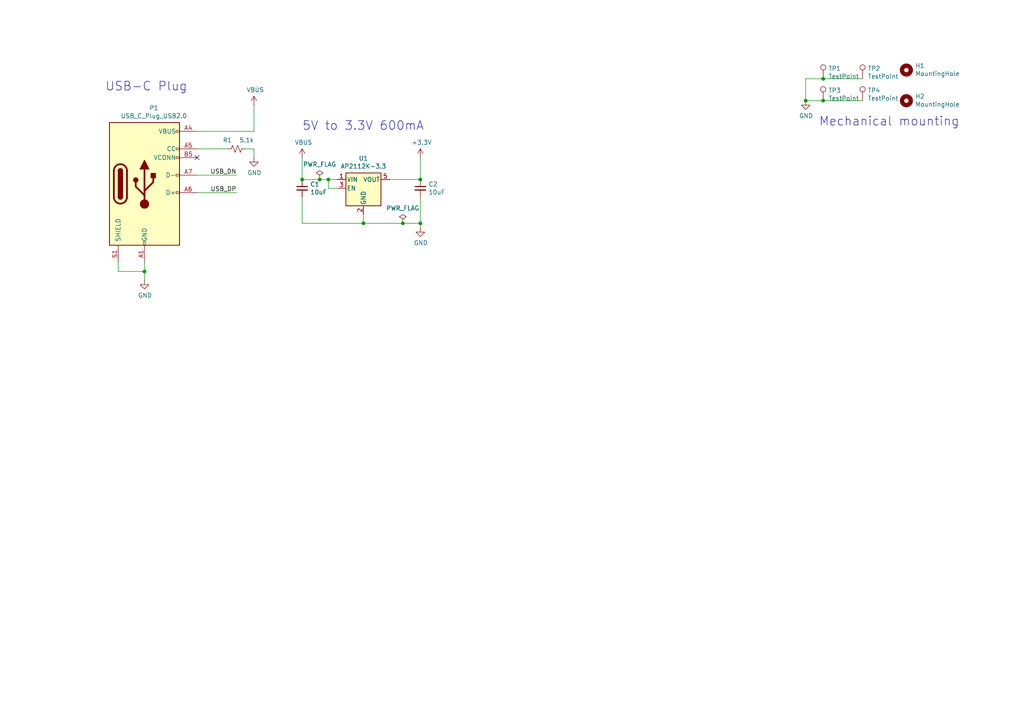
<source format=kicad_sch>
(kicad_sch (version 20250114) (generator "eeschema") (generator_version "9.0")
  (paper "A4")
  (title_block (title "Expansion Card Template") (date "2020-12-12") (rev "X1") (company "Framework") (comment 1 "This work is licensed under a Creative Commons Attribution 4.0 International License") (comment 4 "https://frame.work"))
  (lib_symbols
    (symbol "Connector:TestPoint" (pin_numbers (hide yes)) (pin_names (offset 0.762) (hide yes))
      (property "Reference" "TP" (at 0 6.858 0))
      (property "Value" "TestPoint" (at 0 5.08 0))
      (symbol "TestPoint_0_1"
        (circle (center 0 3.302) (radius 0.762))
      )
      (symbol "TestPoint_1_1"
        (pin passive line (at 0 0 90) (length 2.54) (name "1") (number "1"))
      )
    )
    (symbol "Connector:USB_C_Plug_USB2.0" (pin_names (offset 1.016))
      (property "Reference" "P" (at -10.16 19.05 0))
      (property "Value" "USB_C_Plug_USB2.0" (at 12.7 19.05 0))
      (symbol "USB_C_Plug_USB2.0_0_0"
        (rectangle (start -0.254 -17.78) (end 0.254 -16.764))
        (rectangle (start 10.16 15.494) (end 9.144 14.986))
        (rectangle (start 10.16 10.414) (end 9.144 9.906))
        (rectangle (start 10.16 7.874) (end 9.144 7.366))
        (rectangle (start 10.16 2.794) (end 9.144 2.286))
        (rectangle (start 10.16 -2.286) (end 9.144 -2.794))
      )
      (symbol "USB_C_Plug_USB2.0_0_1"
        (rectangle (start -10.16 17.78) (end 10.16 -17.78) (stroke (width 0.254)) (fill (type background)))
        (polyline (pts (xy -8.89 -3.81) (xy -8.89 3.81)) (stroke (width 0.508)))
        (rectangle (start -7.62 -3.81) (end -6.35 3.81) (stroke (width 0.254)) (fill (type outline)))
        (arc (start -7.62 3.81) (mid -6.985 4.4423) (end -6.35 3.81) (stroke (width 0.254)))
        (arc (start -7.62 3.81) (mid -6.985 4.4423) (end -6.35 3.81) (stroke (width 0.254)) (fill (type outline)))
        (arc (start -8.89 3.81) (mid -6.985 5.7067) (end -5.08 3.81) (stroke (width 0.508)))
        (arc (start -5.08 -3.81) (mid -6.985 -5.7067) (end -8.89 -3.81) (stroke (width 0.508)))
        (arc (start -6.35 -3.81) (mid -6.985 -4.4423) (end -7.62 -3.81) (stroke (width 0.254)))
        (arc (start -6.35 -3.81) (mid -6.985 -4.4423) (end -7.62 -3.81) (stroke (width 0.254)) (fill (type outline)))
        (polyline (pts (xy -5.08 3.81) (xy -5.08 -3.81)) (stroke (width 0.508)))
        (circle (center -2.54 1.143) (radius 0.635) (stroke (width 0.254)) (fill (type outline)))
        (polyline (pts (xy -1.27 4.318) (xy 0 6.858) (xy 1.27 4.318) (xy -1.27 4.318)) (stroke (width 0.254)) (fill (type outline)))
        (polyline (pts (xy 0 -2.032) (xy 2.54 0.508) (xy 2.54 1.778)) (stroke (width 0.508)))
        (polyline (pts (xy 0 -3.302) (xy -2.54 -0.762) (xy -2.54 0.508)) (stroke (width 0.508)))
        (polyline (pts (xy 0 -5.842) (xy 0 4.318)) (stroke (width 0.508)))
        (circle (center 0 -5.842) (radius 1.27) (fill (type outline)))
        (rectangle (start 1.905 1.778) (end 3.175 3.048) (stroke (width 0.254)) (fill (type outline)))
      )
      (symbol "USB_C_Plug_USB2.0_1_1"
        (pin passive line (at -7.62 -22.86 90) (length 5.08) (name "SHIELD") (number "S1"))
        (pin passive line (at 0 -22.86 90) (length 5.08) (name "GND") (number "A1"))
        (pin passive line (at 0 -22.86 90) (length 5.08) (hide yes) (name "GND") (number "A12"))
        (pin passive line (at 0 -22.86 90) (length 5.08) (hide yes) (name "GND") (number "B1"))
        (pin passive line (at 0 -22.86 90) (length 5.08) (hide yes) (name "GND") (number "B12"))
        (pin passive line (at 15.24 15.24 180) (length 5.08) (name "VBUS") (number "A4"))
        (pin passive line (at 15.24 15.24 180) (length 5.08) (hide yes) (name "VBUS") (number "A9"))
        (pin passive line (at 15.24 15.24 180) (length 5.08) (hide yes) (name "VBUS") (number "B4"))
        (pin passive line (at 15.24 15.24 180) (length 5.08) (hide yes) (name "VBUS") (number "B9"))
        (pin bidirectional line (at 15.24 10.16 180) (length 5.08) (name "CC") (number "A5"))
        (pin bidirectional line (at 15.24 7.62 180) (length 5.08) (name "VCONN") (number "B5"))
        (pin bidirectional line (at 15.24 2.54 180) (length 5.08) (name "D-") (number "A7"))
        (pin bidirectional line (at 15.24 -2.54 180) (length 5.08) (name "D+") (number "A6"))
      )
    )
    (symbol "Device:C_Small" (pin_numbers (hide yes)) (pin_names (offset 0.254) (hide yes))
      (property "Reference" "C" (at 0.254 1.778 0))
      (property "Value" "C_Small" (at 0.254 -2.032 0))
      (symbol "C_Small_0_1"
        (polyline (pts (xy -1.524 0.508) (xy 1.524 0.508)) (stroke (width 0.3048)))
        (polyline (pts (xy -1.524 -0.508) (xy 1.524 -0.508)) (stroke (width 0.3302)))
      )
      (symbol "C_Small_1_1"
        (pin passive line (at 0 2.54 270) (length 2.032) (name "~") (number "1"))
        (pin passive line (at 0 -2.54 90) (length 2.032) (name "~") (number "2"))
      )
    )
    (symbol "Device:R_Small_US" (pin_numbers (hide yes)) (pin_names (offset 0.254) (hide yes))
      (property "Reference" "R" (at 0.762 0.508 0))
      (property "Value" "R_Small_US" (at 0.762 -1.016 0))
      (symbol "R_Small_US_1_1"
        (polyline (pts (xy 0 1.524) (xy 1.016 1.143) (xy 0 0.762) (xy -1.016 0.381) (xy 0 0)))
        (polyline (pts (xy 0 0) (xy 1.016 -0.381) (xy 0 -0.762) (xy -1.016 -1.143) (xy 0 -1.524)))
        (pin passive line (at 0 2.54 270) (length 1.016) (name "~") (number "1"))
        (pin passive line (at 0 -2.54 90) (length 1.016) (name "~") (number "2"))
      )
    )
    (symbol "Mechanical:MountingHole" (pin_names (offset 1.016)) (in_bom no)
      (property "Reference" "H" (at 0 5.08 0))
      (property "Value" "MountingHole" (at 0 3.175 0))
      (symbol "MountingHole_0_1"
        (circle (center 0 0) (radius 1.27) (stroke (width 1.27)))
      )
    )
    (symbol "Regulator_Linear:AP2112K-3.3" (pin_names (offset 0.254))
      (property "Reference" "U" (at -5.08 5.715 0))
      (property "Value" "AP2112K-3.3" (at 0 5.715 0))
      (symbol "AP2112K-3.3_0_1"
        (rectangle (start -5.08 4.445) (end 5.08 -5.08) (stroke (width 0.254)) (fill (type background)))
      )
      (symbol "AP2112K-3.3_1_1"
        (pin power_in line (at -7.62 2.54 0) (length 2.54) (name "VIN") (number "1"))
        (pin input line (at -7.62 0 0) (length 2.54) (name "EN") (number "3"))
        (pin power_in line (at 0 -7.62 90) (length 2.54) (name "GND") (number "2"))
        (pin no_connect line (at 5.08 0 180) (length 2.54) (hide yes) (name "NC") (number "4"))
        (pin power_out line (at 7.62 2.54 180) (length 2.54) (name "VOUT") (number "5"))
      )
    )
    (symbol "power:+3.3V" (power) (pin_numbers (hide yes)) (pin_names (offset 0) (hide yes))
      (property "Value" "+3.3V" (at 0 3.556 0))
      (symbol "+3.3V_0_1"
        (polyline (pts (xy -0.762 1.27) (xy 0 2.54)))
        (polyline (pts (xy 0 2.54) (xy 0.762 1.27)))
        (polyline (pts (xy 0 0) (xy 0 2.54)))
      )
      (symbol "+3.3V_1_1"
        (pin power_in line (at 0 0 90) (length 0) (name "~") (number "1"))
      )
    )
    (symbol "power:GND" (power) (pin_numbers (hide yes)) (pin_names (offset 0) (hide yes))
      (property "Value" "GND" (at 0 -3.81 0))
      (symbol "GND_0_1"
        (polyline (pts (xy 0 0) (xy 0 -1.27) (xy 1.27 -1.27) (xy 0 -2.54) (xy -1.27 -1.27) (xy 0 -1.27)))
      )
      (symbol "GND_1_1"
        (pin power_in line (at 0 0 270) (length 0) (name "~") (number "1"))
      )
    )
    (symbol "power:PWR_FLAG" (power) (pin_numbers (hide yes)) (pin_names (offset 0) (hide yes))
      (property "Value" "PWR_FLAG" (at 0 3.81 0))
      (symbol "PWR_FLAG_0_0"
        (pin power_out line (at 0 0 90) (length 0) (name "~") (number "1"))
      )
      (symbol "PWR_FLAG_0_1"
        (polyline (pts (xy 0 0) (xy 0 1.27) (xy -1.016 1.905) (xy 0 2.54) (xy 1.016 1.905) (xy 0 1.27)))
      )
    )
    (symbol "power:VBUS" (power) (pin_numbers (hide yes)) (pin_names (offset 0) (hide yes))
      (property "Value" "VBUS" (at 0 3.556 0))
      (symbol "VBUS_0_1"
        (polyline (pts (xy -0.762 1.27) (xy 0 2.54)))
        (polyline (pts (xy 0 2.54) (xy 0.762 1.27)))
        (polyline (pts (xy 0 0) (xy 0 2.54)))
      )
      (symbol "VBUS_1_1"
        (pin power_in line (at 0 0 90) (length 0) (name "~") (number "1"))
      )
    )
  )
  (text "Mechanical mounting" (at 237.49 36.83 0) (effects (font (size 2.54 2.54)) (justify left bottom)))
  (text "5V to 3.3V 600mA" (at 87.63 38.1 0) (effects (font (size 2.54 2.54)) (justify left bottom)))
  (text "USB-C Plug" (at 30.48 26.67 0) (effects (font (size 2.54 2.54)) (justify left bottom)))
  (junction (at 105.41 64.77))
  (junction (at 238.76 22.86))
  (junction (at 92.71 52.07))
  (junction (at 116.84 64.77))
  (junction (at 95.25 52.07))
  (junction (at 233.68 29.21))
  (junction (at 238.76 29.21))
  (junction (at 87.63 52.07))
  (junction (at 121.92 52.07))
  (junction (at 121.92 64.77))
  (junction (at 41.91 78.74))
  (no_connect (at 57.15 45.72))
  (wire (pts (xy 238.76 22.86) (xy 233.68 22.86)))
  (wire (pts (xy 121.92 64.77) (xy 121.92 66.04)))
  (wire (pts (xy 250.19 29.21) (xy 238.76 29.21)))
  (wire (pts (xy 121.92 57.15) (xy 121.92 64.77)))
  (wire (pts (xy 73.66 43.18) (xy 73.66 45.72)))
  (wire (pts (xy 34.29 78.74) (xy 41.91 78.74)))
  (wire (pts (xy 87.63 57.15) (xy 87.63 64.77)))
  (wire (pts (xy 87.63 45.72) (xy 87.63 52.07)))
  (wire (pts (xy 92.71 52.07) (xy 95.25 52.07)))
  (wire (pts (xy 105.41 64.77) (xy 116.84 64.77)))
  (wire (pts (xy 41.91 78.74) (xy 41.91 76.2)))
  (wire (pts (xy 57.15 38.1) (xy 73.66 38.1)))
  (wire (pts (xy 73.66 38.1) (xy 73.66 30.48)))
  (wire (pts (xy 238.76 29.21) (xy 233.68 29.21)))
  (wire (pts (xy 250.19 22.86) (xy 238.76 22.86)))
  (wire (pts (xy 105.41 62.23) (xy 105.41 64.77)))
  (wire (pts (xy 113.03 52.07) (xy 121.92 52.07)))
  (wire (pts (xy 41.91 81.28) (xy 41.91 78.74)))
  (wire (pts (xy 97.79 54.61) (xy 95.25 54.61)))
  (wire (pts (xy 95.25 52.07) (xy 97.79 52.07)))
  (wire (pts (xy 121.92 45.72) (xy 121.92 52.07)))
  (wire (pts (xy 57.15 55.88) (xy 68.58 55.88)))
  (wire (pts (xy 57.15 43.18) (xy 66.04 43.18)))
  (wire (pts (xy 116.84 64.77) (xy 121.92 64.77)))
  (wire (pts (xy 57.15 50.8) (xy 68.58 50.8)))
  (wire (pts (xy 34.29 76.2) (xy 34.29 78.74)))
  (wire (pts (xy 87.63 52.07) (xy 92.71 52.07)))
  (wire (pts (xy 95.25 54.61) (xy 95.25 52.07)))
  (wire (pts (xy 71.12 43.18) (xy 73.66 43.18)))
  (wire (pts (xy 233.68 22.86) (xy 233.68 29.21)))
  (wire (pts (xy 87.63 64.77) (xy 105.41 64.77)))
  (label "USB_DN" (at 68.58 50.8 180))
  (label "USB_DP" (at 68.58 55.88 180))
  (symbol (lib_id "Regulator_Linear:AP2112K-3.3") (at 105.41 54.61 0) (unit 1)
    (property "Reference" "U1" (at 105.41 45.9232 0))
    (property "Value" "AP2112K-3.3" (at 105.41 48.2346 0))
    (property "Footprint" "Package_TO_SOT_SMD:SOT-23-5" (effects (hide yes)))
    (property "Datasheet" "https://www.diodes.com/assets/Datasheets/AP2112.pdf" (effects (hide yes)))
  )
  (symbol (lib_id "Device:C_Small") (at 87.63 54.61 0) (unit 1)
    (property "Reference" "C1" (at 89.9668 53.4416 0) (effects (justify left)))
    (property "Value" "10uF" (at 89.9668 55.753 0) (effects (justify left)))
    (property "Footprint" "Capacitor_SMD:C_0805_2012Metric" (effects (hide yes)))
  )
  (symbol (lib_id "Device:C_Small") (at 121.92 54.61 0) (unit 1)
    (property "Reference" "C2" (at 124.2568 53.4416 0) (effects (justify left)))
    (property "Value" "10uF" (at 124.2568 55.753 0) (effects (justify left)))
    (property "Footprint" "Capacitor_SMD:C_0805_2012Metric" (effects (hide yes)))
  )
  (symbol (lib_id "power:+3.3V") (at 121.92 45.72 0) (unit 1)
    (property "Reference" "#PWR05" (effects (hide yes)))
    (property "Value" "+3.3V" (at 122.301 41.3258 0))
  )
  (symbol (lib_id "power:GND") (at 121.92 66.04 0) (unit 1)
    (property "Reference" "#PWR06" (effects (hide yes)))
    (property "Value" "GND" (at 122.047 70.4342 0))
  )
  (symbol (lib_id "power:VBUS") (at 87.63 45.72 0) (unit 1)
    (property "Reference" "#PWR04" (effects (hide yes)))
    (property "Value" "VBUS" (at 88.011 41.3258 0))
  )
  (symbol (lib_id "Connector:USB_C_Plug_USB2.0") (at 41.91 53.34 0) (unit 1)
    (property "Reference" "P1" (at 44.6278 31.3182 0))
    (property "Value" "USB_C_Plug_USB2.0" (at 44.6278 33.6296 0))
    (property "Footprint" "Expansion_Card:USB_C_Plug_Molex_105444" (effects (hide yes)))
    (property "Datasheet" "https://www.usb.org/sites/default/files/documents/usb_type-c.zip" (effects (hide yes)))
  )
  (symbol (lib_id "Device:R_Small_US") (at 68.58 43.18 90) (unit 1)
    (property "Reference" "R1" (at 67.31 40.64 90) (effects (justify left)))
    (property "Value" "5.1k" (at 73.66 40.64 90) (effects (justify left)))
    (property "Footprint" "Resistor_SMD:R_0603_1608Metric" (effects (hide yes)))
  )
  (symbol (lib_id "power:GND") (at 41.91 81.28 0) (unit 1)
    (property "Reference" "#PWR01" (effects (hide yes)))
    (property "Value" "GND" (at 42.037 85.6742 0))
  )
  (symbol (lib_id "power:GND") (at 73.66 45.72 0) (unit 1)
    (property "Reference" "#PWR03" (effects (hide yes)))
    (property "Value" "GND" (at 73.787 50.1142 0))
  )
  (symbol (lib_id "power:VBUS") (at 73.66 30.48 0) (unit 1)
    (property "Reference" "#PWR02" (effects (hide yes)))
    (property "Value" "VBUS" (at 74.041 26.0858 0))
  )
  (symbol (lib_id "Mechanical:MountingHole") (at 262.89 20.32 0) (unit 1)
    (property "Reference" "H1" (at 265.43 19.0754 0) (effects (justify left)))
    (property "Value" "MountingHole" (at 265.43 21.3868 0) (effects (justify left)))
    (property "Footprint" "MountingHole:MountingHole_2.2mm_M2" (effects (hide yes)))
  )
  (symbol (lib_id "Mechanical:MountingHole") (at 262.89 29.21 0) (unit 1)
    (property "Reference" "H2" (at 265.43 27.9654 0) (effects (justify left)))
    (property "Value" "MountingHole" (at 265.43 30.2768 0) (effects (justify left)))
    (property "Footprint" "MountingHole:MountingHole_2.2mm_M2" (effects (hide yes)))
  )
  (symbol (lib_id "power:PWR_FLAG") (at 92.71 52.07 0) (unit 1)
    (property "Reference" "#FLG01" (effects (hide yes)))
    (property "Value" "PWR_FLAG" (at 92.71 47.6758 0))
  )
  (symbol (lib_id "power:PWR_FLAG") (at 116.84 64.77 0) (unit 1)
    (property "Reference" "#FLG02" (effects (hide yes)))
    (property "Value" "PWR_FLAG" (at 116.84 60.3758 0))
  )
  (symbol (lib_id "Connector:TestPoint") (at 250.19 22.86 0) (unit 1)
    (property "Reference" "TP2" (at 251.6632 19.8628 0) (effects (justify left)))
    (property "Value" "TestPoint" (at 251.6632 22.1742 0) (effects (justify left)))
    (property "Footprint" "TestPoint:TestPoint_Pad_1.5x1.5mm" (effects (hide yes)))
  )
  (symbol (lib_id "Connector:TestPoint") (at 238.76 22.86 0) (unit 1)
    (property "Reference" "TP1" (at 240.2332 19.8628 0) (effects (justify left)))
    (property "Value" "TestPoint" (at 240.2332 22.1742 0) (effects (justify left)))
    (property "Footprint" "TestPoint:TestPoint_Pad_1.5x1.5mm" (effects (hide yes)))
  )
  (symbol (lib_id "Connector:TestPoint") (at 238.76 29.21 0) (unit 1)
    (property "Reference" "TP3" (at 240.2332 26.2128 0) (effects (justify left)))
    (property "Value" "TestPoint" (at 240.2332 28.5242 0) (effects (justify left)))
    (property "Footprint" "TestPoint:TestPoint_Pad_1.5x1.5mm" (effects (hide yes)))
  )
  (symbol (lib_id "Connector:TestPoint") (at 250.19 29.21 0) (unit 1)
    (property "Reference" "TP4" (at 251.6632 26.2128 0) (effects (justify left)))
    (property "Value" "TestPoint" (at 251.6632 28.5242 0) (effects (justify left)))
    (property "Footprint" "TestPoint:TestPoint_Pad_1.5x1.5mm" (effects (hide yes)))
  )
  (symbol (lib_id "power:GND") (at 233.68 29.21 0) (unit 1)
    (property "Reference" "#PWR0101" (effects (hide yes)))
    (property "Value" "GND" (at 233.807 33.6042 0))
  )
)
</source>
